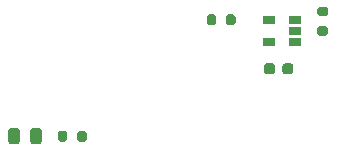
<source format=gbr>
%TF.GenerationSoftware,KiCad,Pcbnew,5.1.9+dfsg1-1~bpo10+1*%
%TF.CreationDate,2023-02-12T08:43:59+01:00*%
%TF.ProjectId,IIci_ATX,49496369-5f41-4545-982e-6b696361645f,rev?*%
%TF.SameCoordinates,Original*%
%TF.FileFunction,Paste,Top*%
%TF.FilePolarity,Positive*%
%FSLAX46Y46*%
G04 Gerber Fmt 4.6, Leading zero omitted, Abs format (unit mm)*
G04 Created by KiCad (PCBNEW 5.1.9+dfsg1-1~bpo10+1) date 2023-02-12 08:43:59*
%MOMM*%
%LPD*%
G01*
G04 APERTURE LIST*
%ADD10R,1.060000X0.650000*%
G04 APERTURE END LIST*
%TO.C,R3*%
G36*
G01*
X111025000Y-125925000D02*
X111025000Y-125375000D01*
G75*
G02*
X111225000Y-125175000I200000J0D01*
G01*
X111625000Y-125175000D01*
G75*
G02*
X111825000Y-125375000I0J-200000D01*
G01*
X111825000Y-125925000D01*
G75*
G02*
X111625000Y-126125000I-200000J0D01*
G01*
X111225000Y-126125000D01*
G75*
G02*
X111025000Y-125925000I0J200000D01*
G01*
G37*
G36*
G01*
X109375000Y-125925000D02*
X109375000Y-125375000D01*
G75*
G02*
X109575000Y-125175000I200000J0D01*
G01*
X109975000Y-125175000D01*
G75*
G02*
X110175000Y-125375000I0J-200000D01*
G01*
X110175000Y-125925000D01*
G75*
G02*
X109975000Y-126125000I-200000J0D01*
G01*
X109575000Y-126125000D01*
G75*
G02*
X109375000Y-125925000I0J200000D01*
G01*
G37*
%TD*%
%TO.C,R2*%
G36*
G01*
X97575000Y-135225000D02*
X97575000Y-135775000D01*
G75*
G02*
X97375000Y-135975000I-200000J0D01*
G01*
X96975000Y-135975000D01*
G75*
G02*
X96775000Y-135775000I0J200000D01*
G01*
X96775000Y-135225000D01*
G75*
G02*
X96975000Y-135025000I200000J0D01*
G01*
X97375000Y-135025000D01*
G75*
G02*
X97575000Y-135225000I0J-200000D01*
G01*
G37*
G36*
G01*
X99225000Y-135225000D02*
X99225000Y-135775000D01*
G75*
G02*
X99025000Y-135975000I-200000J0D01*
G01*
X98625000Y-135975000D01*
G75*
G02*
X98425000Y-135775000I0J200000D01*
G01*
X98425000Y-135225000D01*
G75*
G02*
X98625000Y-135025000I200000J0D01*
G01*
X99025000Y-135025000D01*
G75*
G02*
X99225000Y-135225000I0J-200000D01*
G01*
G37*
%TD*%
%TO.C,D1*%
G36*
G01*
X94450000Y-135956250D02*
X94450000Y-135043750D01*
G75*
G02*
X94693750Y-134800000I243750J0D01*
G01*
X95181250Y-134800000D01*
G75*
G02*
X95425000Y-135043750I0J-243750D01*
G01*
X95425000Y-135956250D01*
G75*
G02*
X95181250Y-136200000I-243750J0D01*
G01*
X94693750Y-136200000D01*
G75*
G02*
X94450000Y-135956250I0J243750D01*
G01*
G37*
G36*
G01*
X92575000Y-135956250D02*
X92575000Y-135043750D01*
G75*
G02*
X92818750Y-134800000I243750J0D01*
G01*
X93306250Y-134800000D01*
G75*
G02*
X93550000Y-135043750I0J-243750D01*
G01*
X93550000Y-135956250D01*
G75*
G02*
X93306250Y-136200000I-243750J0D01*
G01*
X92818750Y-136200000D01*
G75*
G02*
X92575000Y-135956250I0J243750D01*
G01*
G37*
%TD*%
D10*
%TO.C,U2*%
X114700000Y-127550000D03*
X114700000Y-125650000D03*
X116900000Y-125650000D03*
X116900000Y-126600000D03*
X116900000Y-127550000D03*
%TD*%
%TO.C,R1*%
G36*
G01*
X119475000Y-125350000D02*
X118925000Y-125350000D01*
G75*
G02*
X118725000Y-125150000I0J200000D01*
G01*
X118725000Y-124750000D01*
G75*
G02*
X118925000Y-124550000I200000J0D01*
G01*
X119475000Y-124550000D01*
G75*
G02*
X119675000Y-124750000I0J-200000D01*
G01*
X119675000Y-125150000D01*
G75*
G02*
X119475000Y-125350000I-200000J0D01*
G01*
G37*
G36*
G01*
X119475000Y-127000000D02*
X118925000Y-127000000D01*
G75*
G02*
X118725000Y-126800000I0J200000D01*
G01*
X118725000Y-126400000D01*
G75*
G02*
X118925000Y-126200000I200000J0D01*
G01*
X119475000Y-126200000D01*
G75*
G02*
X119675000Y-126400000I0J-200000D01*
G01*
X119675000Y-126800000D01*
G75*
G02*
X119475000Y-127000000I-200000J0D01*
G01*
G37*
%TD*%
%TO.C,C1*%
G36*
G01*
X115150000Y-129550000D02*
X115150000Y-130050000D01*
G75*
G02*
X114925000Y-130275000I-225000J0D01*
G01*
X114475000Y-130275000D01*
G75*
G02*
X114250000Y-130050000I0J225000D01*
G01*
X114250000Y-129550000D01*
G75*
G02*
X114475000Y-129325000I225000J0D01*
G01*
X114925000Y-129325000D01*
G75*
G02*
X115150000Y-129550000I0J-225000D01*
G01*
G37*
G36*
G01*
X116700000Y-129550000D02*
X116700000Y-130050000D01*
G75*
G02*
X116475000Y-130275000I-225000J0D01*
G01*
X116025000Y-130275000D01*
G75*
G02*
X115800000Y-130050000I0J225000D01*
G01*
X115800000Y-129550000D01*
G75*
G02*
X116025000Y-129325000I225000J0D01*
G01*
X116475000Y-129325000D01*
G75*
G02*
X116700000Y-129550000I0J-225000D01*
G01*
G37*
%TD*%
M02*

</source>
